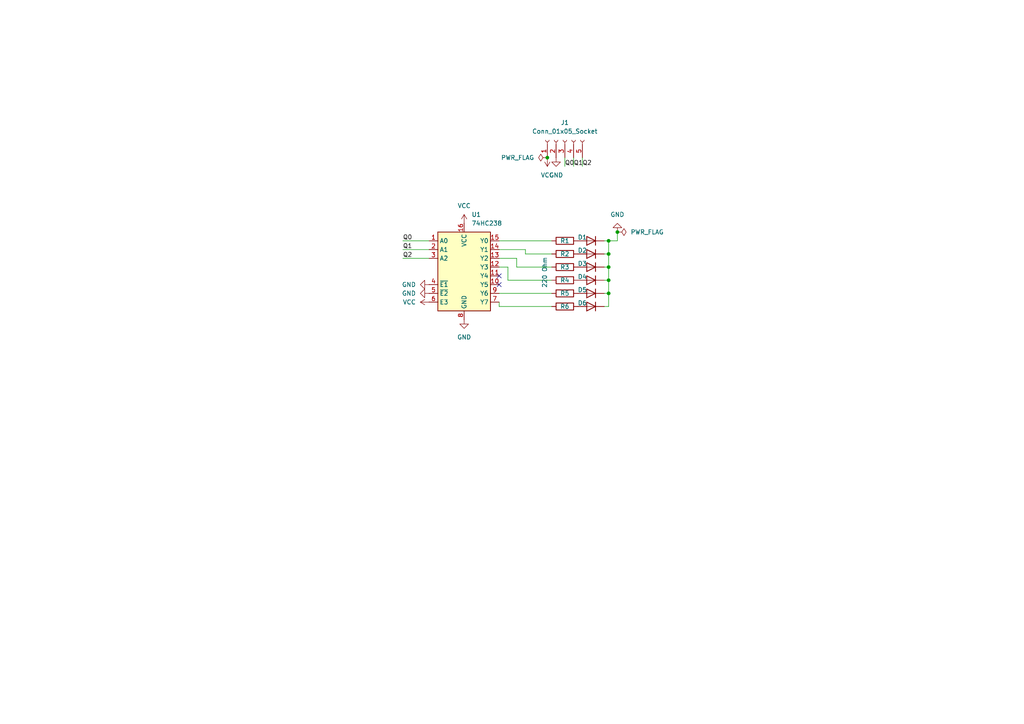
<source format=kicad_sch>
(kicad_sch (version 20250114) (generator "eeschema") (generator_version "9.0")
  (paper "A4")
  (lib_symbols
    (symbol "74xx:74HC238"
      (property "Reference" "U" (at -7.62 13.97 0))
      (property "Value" "74HC238" (at 2.54 -11.43 0))
      (symbol "74HC238_0_1"
        (rectangle (start -7.62 12.7) (end 7.62 -10.16) (stroke (width 0.254)) (fill (type background)))
      )
      (symbol "74HC238_1_1"
        (pin input line (at -10.16 10.16 0) (length 2.54) (name "A0") (number "1"))
        (pin input line (at -10.16 7.62 0) (length 2.54) (name "A1") (number "2"))
        (pin input line (at -10.16 5.08 0) (length 2.54) (name "A2") (number "3"))
        (pin input line (at -10.16 -2.54 0) (length 2.54) (name "~{E1}") (number "4"))
        (pin input line (at -10.16 -5.08 0) (length 2.54) (name "~{E2}") (number "5"))
        (pin input line (at -10.16 -7.62 0) (length 2.54) (name "E3") (number "6"))
        (pin power_in line (at 0 15.24 270) (length 2.54) (name "VCC") (number "16"))
        (pin power_in line (at 0 -12.7 90) (length 2.54) (name "GND") (number "8"))
        (pin output line (at 10.16 10.16 180) (length 2.54) (name "Y0") (number "15"))
        (pin output line (at 10.16 7.62 180) (length 2.54) (name "Y1") (number "14"))
        (pin output line (at 10.16 5.08 180) (length 2.54) (name "Y2") (number "13"))
        (pin output line (at 10.16 2.54 180) (length 2.54) (name "Y3") (number "12"))
        (pin output line (at 10.16 0 180) (length 2.54) (name "Y4") (number "11"))
        (pin output line (at 10.16 -2.54 180) (length 2.54) (name "Y5") (number "10"))
        (pin output line (at 10.16 -5.08 180) (length 2.54) (name "Y6") (number "9"))
        (pin output line (at 10.16 -7.62 180) (length 2.54) (name "Y7") (number "7"))
      )
    )
    (symbol "Connector:Conn_01x05_Socket" (pin_names (offset 1.016) (hide yes))
      (property "Reference" "J" (at 0 7.62 0))
      (property "Value" "Conn_01x05_Socket" (at 0 -7.62 0))
      (symbol "Conn_01x05_Socket_1_1"
        (polyline (pts (xy -1.27 5.08) (xy -0.508 5.08)) (stroke (width 0.1524)))
        (polyline (pts (xy -1.27 2.54) (xy -0.508 2.54)) (stroke (width 0.1524)))
        (polyline (pts (xy -1.27 0) (xy -0.508 0)) (stroke (width 0.1524)))
        (polyline (pts (xy -1.27 -2.54) (xy -0.508 -2.54)) (stroke (width 0.1524)))
        (polyline (pts (xy -1.27 -5.08) (xy -0.508 -5.08)) (stroke (width 0.1524)))
        (arc (start 0 4.572) (mid -0.5058 5.08) (end 0 5.588) (stroke (width 0.1524)))
        (arc (start 0 2.032) (mid -0.5058 2.54) (end 0 3.048) (stroke (width 0.1524)))
        (arc (start 0 -0.508) (mid -0.5058 0) (end 0 0.508) (stroke (width 0.1524)))
        (arc (start 0 -3.048) (mid -0.5058 -2.54) (end 0 -2.032) (stroke (width 0.1524)))
        (arc (start 0 -5.588) (mid -0.5058 -5.08) (end 0 -4.572) (stroke (width 0.1524)))
        (pin passive line (at -5.08 5.08 0) (length 3.81) (name "Pin_1") (number "1"))
        (pin passive line (at -5.08 2.54 0) (length 3.81) (name "Pin_2") (number "2"))
        (pin passive line (at -5.08 0 0) (length 3.81) (name "Pin_3") (number "3"))
        (pin passive line (at -5.08 -2.54 0) (length 3.81) (name "Pin_4") (number "4"))
        (pin passive line (at -5.08 -5.08 0) (length 3.81) (name "Pin_5") (number "5"))
      )
    )
    (symbol "Device:D" (pin_numbers (hide yes)) (pin_names (offset 1.016) (hide yes))
      (property "Reference" "D" (at 0 2.54 0))
      (property "Value" "D" (at 0 -2.54 0))
      (symbol "D_0_1"
        (polyline (pts (xy -1.27 1.27) (xy -1.27 -1.27)) (stroke (width 0.254)))
        (polyline (pts (xy 1.27 1.27) (xy 1.27 -1.27) (xy -1.27 0) (xy 1.27 1.27)) (stroke (width 0.254)))
        (polyline (pts (xy 1.27 0) (xy -1.27 0)))
      )
      (symbol "D_1_1"
        (pin passive line (at -3.81 0 0) (length 2.54) (name "K") (number "1"))
        (pin passive line (at 3.81 0 180) (length 2.54) (name "A") (number "2"))
      )
    )
    (symbol "Device:R" (pin_numbers (hide yes)) (pin_names (offset 0))
      (property "Reference" "R" (at 2.032 0 90))
      (property "Value" "R" (at 0 0 90))
      (symbol "R_0_1"
        (rectangle (start -1.016 -2.54) (end 1.016 2.54) (stroke (width 0.254)))
      )
      (symbol "R_1_1"
        (pin passive line (at 0 3.81 270) (length 1.27) (name "~") (number "1"))
        (pin passive line (at 0 -3.81 90) (length 1.27) (name "~") (number "2"))
      )
    )
    (symbol "power:GND" (power) (pin_numbers (hide yes)) (pin_names (offset 0) (hide yes))
      (property "Value" "GND" (at 0 -3.81 0))
      (symbol "GND_0_1"
        (polyline (pts (xy 0 0) (xy 0 -1.27) (xy 1.27 -1.27) (xy 0 -2.54) (xy -1.27 -1.27) (xy 0 -1.27)))
      )
      (symbol "GND_1_1"
        (pin power_in line (at 0 0 270) (length 0) (name "~") (number "1"))
      )
    )
    (symbol "power:PWR_FLAG" (power) (pin_numbers (hide yes)) (pin_names (offset 0) (hide yes))
      (property "Value" "PWR_FLAG" (at 0 3.81 0))
      (symbol "PWR_FLAG_0_0"
        (pin power_out line (at 0 0 90) (length 0) (name "~") (number "1"))
      )
      (symbol "PWR_FLAG_0_1"
        (polyline (pts (xy 0 0) (xy 0 1.27) (xy -1.016 1.905) (xy 0 2.54) (xy 1.016 1.905) (xy 0 1.27)))
      )
    )
    (symbol "power:VCC" (power) (pin_numbers (hide yes)) (pin_names (offset 0) (hide yes))
      (property "Value" "VCC" (at 0 3.556 0))
      (symbol "VCC_0_1"
        (polyline (pts (xy -0.762 1.27) (xy 0 2.54)))
        (polyline (pts (xy 0 2.54) (xy 0.762 1.27)))
        (polyline (pts (xy 0 0) (xy 0 2.54)))
      )
      (symbol "VCC_1_1"
        (pin power_in line (at 0 0 90) (length 0) (name "~") (number "1"))
      )
    )
  )
  (junction (at 179.07 67.31))
  (junction (at 176.53 77.47))
  (junction (at 176.53 85.09))
  (junction (at 176.53 69.85))
  (junction (at 176.53 81.28))
  (junction (at 158.75 45.72))
  (junction (at 176.53 73.66))
  (no_connect (at 144.78 80.01))
  (no_connect (at 144.78 82.55))
  (wire (pts (xy 116.84 74.93) (xy 124.46 74.93)))
  (wire (pts (xy 116.84 72.39) (xy 124.46 72.39)))
  (wire (pts (xy 176.53 69.85) (xy 179.07 69.85)))
  (wire (pts (xy 176.53 85.09) (xy 176.53 88.9)))
  (wire (pts (xy 144.78 69.85) (xy 160.02 69.85)))
  (wire (pts (xy 176.53 73.66) (xy 176.53 77.47)))
  (wire (pts (xy 149.86 74.93) (xy 149.86 77.47)))
  (wire (pts (xy 168.91 48.26) (xy 168.91 45.72)))
  (wire (pts (xy 144.78 88.9) (xy 160.02 88.9)))
  (wire (pts (xy 144.78 88.9) (xy 144.78 87.63)))
  (wire (pts (xy 176.53 81.28) (xy 175.26 81.28)))
  (wire (pts (xy 176.53 85.09) (xy 175.26 85.09)))
  (wire (pts (xy 116.84 69.85) (xy 124.46 69.85)))
  (wire (pts (xy 176.53 88.9) (xy 175.26 88.9)))
  (wire (pts (xy 144.78 85.09) (xy 160.02 85.09)))
  (wire (pts (xy 176.53 77.47) (xy 175.26 77.47)))
  (wire (pts (xy 147.32 81.28) (xy 160.02 81.28)))
  (wire (pts (xy 176.53 81.28) (xy 176.53 85.09)))
  (wire (pts (xy 176.53 73.66) (xy 175.26 73.66)))
  (wire (pts (xy 166.37 48.26) (xy 166.37 45.72)))
  (wire (pts (xy 144.78 77.47) (xy 147.32 77.47)))
  (wire (pts (xy 149.86 77.47) (xy 160.02 77.47)))
  (wire (pts (xy 144.78 72.39) (xy 152.4 72.39)))
  (wire (pts (xy 152.4 73.66) (xy 160.02 73.66)))
  (wire (pts (xy 176.53 69.85) (xy 175.26 69.85)))
  (wire (pts (xy 176.53 77.47) (xy 176.53 81.28)))
  (wire (pts (xy 163.83 48.26) (xy 163.83 45.72)))
  (wire (pts (xy 176.53 69.85) (xy 176.53 73.66)))
  (wire (pts (xy 179.07 67.31) (xy 179.07 69.85)))
  (wire (pts (xy 147.32 77.47) (xy 147.32 81.28)))
  (wire (pts (xy 144.78 74.93) (xy 149.86 74.93)))
  (wire (pts (xy 152.4 73.66) (xy 152.4 72.39)))
  (label "Q0" (at 163.83 48.26 0))
  (label "Q1" (at 166.37 48.26 0))
  (label "Q2" (at 116.84 74.93 0))
  (label "Q0" (at 116.84 69.85 0))
  (label "Q1" (at 116.84 72.39 0))
  (label "Q2" (at 168.91 48.26 0))
  (symbol (lib_id "power:GND") (at 179.07 67.31 180) (unit 1)
    (property "Reference" "#PWR01" (effects (hide yes)))
    (property "Value" "GND" (at 179.07 62.23 0))
    (property "Description" "Power symbol creates a global label with name \"GND\" , ground" (effects (hide yes)))
  )
  (symbol (lib_id "power:GND") (at 124.46 85.09 270) (unit 1)
    (property "Reference" "#PWR02" (effects (hide yes)))
    (property "Value" "GND" (at 120.65 85.0899 90) (effects (justify right)))
    (property "Description" "Power symbol creates a global label with name \"GND\" , ground" (effects (hide yes)))
  )
  (symbol (lib_id "Device:R") (at 163.83 73.66 90) (unit 1)
    (property "Reference" "R2" (at 163.83 73.66 90))
    (property "Value" "R" (effects (hide yes)))
    (property "Description" "Resistor" (effects (hide yes)))
  )
  (symbol (lib_id "power:VCC") (at 134.62 64.77 0) (unit 1)
    (property "Reference" "#PWR05" (effects (hide yes)))
    (property "Value" "VCC" (at 134.62 59.69 0))
    (property "Description" "Power symbol creates a global label with name \"VCC\"" (effects (hide yes)))
  )
  (symbol (lib_id "power:GND") (at 134.62 92.71 0) (unit 1)
    (property "Reference" "#PWR06" (effects (hide yes)))
    (property "Value" "GND" (at 134.62 97.79 0))
    (property "Description" "Power symbol creates a global label with name \"GND\" , ground" (effects (hide yes)))
  )
  (symbol (lib_id "Device:D") (at 171.45 88.9 180) (unit 1)
    (property "Reference" "D6" (at 168.91 87.884 0))
    (property "Value" "D" (effects (hide yes)))
    (property "Description" "Diode" (effects (hide yes)))
    (property "Sim.Device" "D" (effects (hide yes)))
    (property "Sim.Pins" "1=K 2=A" (effects (hide yes)))
  )
  (symbol (lib_id "Device:D") (at 171.45 73.66 180) (unit 1)
    (property "Reference" "D2" (at 168.91 72.644 0))
    (property "Value" "D" (effects (hide yes)))
    (property "Description" "Diode" (effects (hide yes)))
    (property "Sim.Device" "D" (effects (hide yes)))
    (property "Sim.Pins" "1=K 2=A" (effects (hide yes)))
  )
  (symbol (lib_id "Device:R") (at 163.83 77.47 90) (unit 1)
    (property "Reference" "R3" (at 163.83 77.47 90))
    (property "Value" "R" (effects (hide yes)))
    (property "Description" "Resistor" (effects (hide yes)))
  )
  (symbol (lib_id "Device:R") (at 163.83 69.85 90) (unit 1)
    (property "Reference" "R1" (at 163.83 69.85 90))
    (property "Value" "R" (effects (hide yes)))
    (property "Description" "Resistor" (effects (hide yes)))
  )
  (symbol (lib_id "power:GND") (at 161.29 45.72 0) (unit 1)
    (property "Reference" "#PWR08" (effects (hide yes)))
    (property "Value" "GND" (at 161.29 50.8 0))
    (property "Description" "Power symbol creates a global label with name \"GND\" , ground" (effects (hide yes)))
  )
  (symbol (lib_id "Device:D") (at 171.45 81.28 180) (unit 1)
    (property "Reference" "D4" (at 168.91 80.264 0))
    (property "Value" "D" (effects (hide yes)))
    (property "Description" "Diode" (effects (hide yes)))
    (property "Sim.Device" "D" (effects (hide yes)))
    (property "Sim.Pins" "1=K 2=A" (effects (hide yes)))
  )
  (symbol (lib_id "74xx:74HC238") (at 134.62 80.01 0) (unit 1)
    (property "Reference" "U1" (at 136.7633 62.23 0) (effects (justify left)))
    (property "Value" "74HC238" (at 136.7633 64.77 0) (effects (justify left)))
    (property "Footprint" "Package_DIP:DIP-16_W7.62mm_LongPads" (effects (hide yes)))
    (property "Datasheet" "https://www.ti.com/lit/ds/symlink/cd74hc238.pdf" (effects (hide yes)))
    (property "Description" "3-to-8 line decoder/multiplexer, DIP-16/SOIC-16/SSOP-16" (effects (hide yes)))
  )
  (symbol (lib_id "power:PWR_FLAG") (at 158.75 45.72 90) (unit 1)
    (property "Reference" "#FLG02" (effects (hide yes)))
    (property "Value" "PWR_FLAG" (at 154.94 45.7199 90) (effects (justify left)))
    (property "Description" "Special symbol for telling ERC where power comes from" (effects (hide yes)))
  )
  (symbol (lib_id "Device:D") (at 171.45 77.47 180) (unit 1)
    (property "Reference" "D3" (at 168.91 76.454 0))
    (property "Value" "D" (effects (hide yes)))
    (property "Description" "Diode" (effects (hide yes)))
    (property "Sim.Device" "D" (effects (hide yes)))
    (property "Sim.Pins" "1=K 2=A" (effects (hide yes)))
  )
  (symbol (lib_id "power:PWR_FLAG") (at 179.07 67.31 270) (unit 1)
    (property "Reference" "#FLG01" (effects (hide yes)))
    (property "Value" "PWR_FLAG" (at 182.88 67.3099 90) (effects (justify left)))
    (property "Description" "Special symbol for telling ERC where power comes from" (effects (hide yes)))
  )
  (symbol (lib_id "Device:R") (at 163.83 81.28 90) (unit 1)
    (property "Reference" "R4" (at 163.83 81.28 90))
    (property "Value" "R" (effects (hide yes)))
    (property "Description" "Resistor" (effects (hide yes)))
  )
  (symbol (lib_id "Device:R") (at 163.83 85.09 90) (unit 1)
    (property "Reference" "R5" (at 163.83 85.09 90))
    (property "Value" "R" (effects (hide yes)))
    (property "Description" "Resistor" (effects (hide yes)))
  )
  (symbol (lib_id "Device:D") (at 171.45 85.09 180) (unit 1)
    (property "Reference" "D5" (at 168.91 84.074 0))
    (property "Value" "D" (effects (hide yes)))
    (property "Description" "Diode" (effects (hide yes)))
    (property "Sim.Device" "D" (effects (hide yes)))
    (property "Sim.Pins" "1=K 2=A" (effects (hide yes)))
  )
  (symbol (lib_id "Connector:Conn_01x05_Socket") (at 163.83 40.64 90) (unit 1)
    (property "Reference" "J1" (at 163.83 35.56 90))
    (property "Value" "Conn_01x05_Socket" (at 163.83 38.1 90))
    (property "Description" "Generic connector, single row, 01x05, script generated" (effects (hide yes)))
  )
  (symbol (lib_id "Device:R") (at 163.83 88.9 90) (unit 1)
    (property "Reference" "R6" (at 163.83 88.9 90))
    (property "Value" "220 Ohm" (at 157.988 78.994 0))
    (property "Description" "Resistor" (effects (hide yes)))
  )
  (symbol (lib_id "power:VCC") (at 158.75 45.72 180) (unit 1)
    (property "Reference" "#PWR07" (effects (hide yes)))
    (property "Value" "VCC" (at 158.75 50.8 0))
    (property "Description" "Power symbol creates a global label with name \"VCC\"" (effects (hide yes)))
  )
  (symbol (lib_id "Device:D") (at 171.45 69.85 180) (unit 1)
    (property "Reference" "D1" (at 168.91 68.834 0))
    (property "Value" "D" (effects (hide yes)))
    (property "Description" "Diode" (effects (hide yes)))
    (property "Sim.Device" "D" (effects (hide yes)))
    (property "Sim.Pins" "1=K 2=A" (effects (hide yes)))
  )
  (symbol (lib_id "power:GND") (at 124.46 82.55 270) (unit 1)
    (property "Reference" "#PWR03" (effects (hide yes)))
    (property "Value" "GND" (at 120.65 82.5499 90) (effects (justify right)))
    (property "Description" "Power symbol creates a global label with name \"GND\" , ground" (effects (hide yes)))
  )
  (symbol (lib_id "power:VCC") (at 124.46 87.63 90) (unit 1)
    (property "Reference" "#PWR04" (effects (hide yes)))
    (property "Value" "VCC" (at 120.65 87.6299 90) (effects (justify left)))
    (property "Description" "Power symbol creates a global label with name \"VCC\"" (effects (hide yes)))
  )
)
</source>
